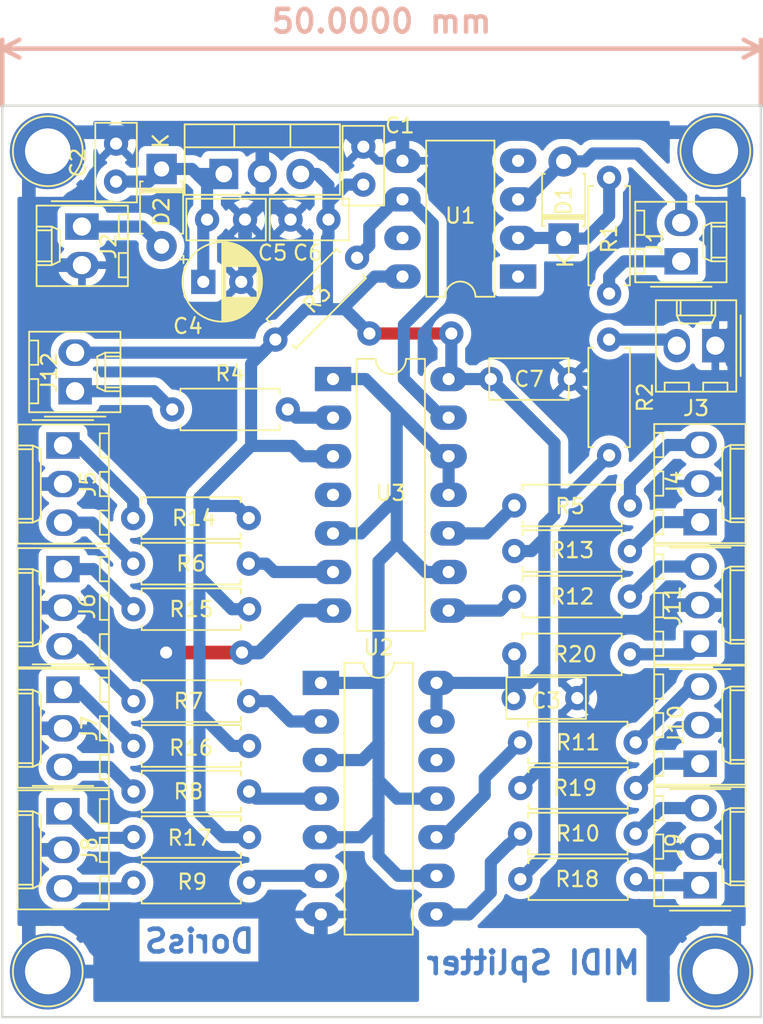
<source format=kicad_pcb>
(kicad_pcb (version 20221018) (generator pcbnew)
  (layers (0 "F.Cu" signal) (31 "B.Cu" signal) (36 "B.SilkS" user "B.Silkscreen") (37 "F.SilkS" user "F.Silkscreen") (44 "Edge.Cuts" user))
  (net 0 "")
  (net 1 "+5V")
  (net 2 "GND")
  (net 3 "Net-(D2-K)")
  (net 4 "Net-(D1-K)")
  (net 5 "Net-(D1-A)")
  (net 6 "Net-(D2-A)")
  (net 7 "Net-(J1-Pin_1)")
  (net 8 "Net-(J3-Pin_2)")
  (net 9 "Net-(J4-Pin_1)")
  (net 10 "Net-(J4-Pin_3)")
  (net 11 "Net-(J5-Pin_1)")
  (net 12 "Net-(J5-Pin_3)")
  (net 13 "Net-(J6-Pin_1)")
  (net 14 "Net-(J6-Pin_3)")
  (net 15 "Net-(J7-Pin_1)")
  (net 16 "Net-(J7-Pin_3)")
  (net 17 "Net-(J8-Pin_1)")
  (net 18 "Net-(J8-Pin_3)")
  (net 19 "Net-(J9-Pin_1)")
  (net 20 "Net-(J9-Pin_3)")
  (net 21 "Net-(J10-Pin_1)")
  (net 22 "Net-(J10-Pin_3)")
  (net 23 "Net-(J11-Pin_1)")
  (net 24 "Net-(J11-Pin_3)")
  (net 25 "Net-(J12-Pin_1)")
  (net 26 "Net-(R3-Pad2)")
  (net 27 "Net-(R4-Pad2)")
  (net 28 "Net-(R5-Pad2)")
  (net 29 "Net-(R6-Pad2)")
  (net 30 "Net-(R7-Pad2)")
  (net 31 "Net-(R8-Pad2)")
  (net 32 "Net-(R9-Pad2)")
  (net 33 "Net-(R10-Pad2)")
  (net 34 "Net-(R11-Pad2)")
  (net 35 "Net-(R12-Pad2)")
  (net 36 "Net-(U2-Pad1)")
  (footprint "TestPoint:TestPoint_Loop_D3.80mm_Drill2.5mm" (layer "F.Cu") (at 53 107)
    (fp_text reference "")
    (fp_text value "TestPoint_Loop_D3.80mm_Drill2.5mm")
  )
  (footprint "TestPoint:TestPoint_Loop_D3.80mm_Drill2.5mm" (layer "F.Cu") (at 53 53)
    (fp_text reference "")
    (fp_text value "TestPoint_Loop_D3.80mm_Drill2.5mm")
  )
  (footprint "TestPoint:TestPoint_Loop_D3.80mm_Drill2.5mm" (layer "F.Cu") (at 97 53)
    (fp_text reference "")
    (fp_text value "TestPoint_Loop_D3.80mm_Drill2.5mm")
  )
  (footprint "TestPoint:TestPoint_Loop_D3.80mm_Drill2.5mm" (layer "F.Cu") (at 97 107)
    (fp_text reference "")
    (fp_text value "TestPoint_Loop_D3.80mm_Drill2.5mm")
  )
  (footprint "Capacitor_THT:C_Disc_D5.0mm_W2.5mm_P2.50mm" (layer "F.Cu") (at 73.8 55.2 90)
    (fp_text reference "C1")
    (fp_text value "100n")
  )
  (footprint "Capacitor_THT:C_Disc_D5.0mm_W2.5mm_P2.50mm" (layer "F.Cu") (at 57.5 55 90)
    (fp_text reference "C2")
    (fp_text value "100n")
  )
  (footprint "Capacitor_THT:C_Disc_D5.0mm_W2.5mm_P2.50mm" (layer "F.Cu") (at 84.6 89)
    (fp_text reference "C3")
    (fp_text value "100n")
  )
  (footprint "Capacitor_THT:CP_Radial_D5.0mm_P2.50mm" (layer "F.Cu") (at 63.25 61.6)
    (fp_text reference "C4")
    (fp_text value "100u")
  )
  (footprint "Capacitor_THT:C_Disc_D5.0mm_W2.5mm_P2.50mm" (layer "F.Cu") (at 63.5 57.5)
    (fp_text reference "C5")
    (fp_text value "100n")
  )
  (footprint "Capacitor_THT:C_Disc_D5.0mm_W2.5mm_P2.50mm" (layer "F.Cu") (at 71.5 57.5 180)
    (fp_text reference "C6")
    (fp_text value "100n")
  )
  (footprint "Capacitor_THT:C_Disc_D5.0mm_W2.5mm_P2.50mm" (layer "F.Cu") (at 83.47 68)
    (fp_text reference "C7")
    (fp_text value "100n")
  )
  (footprint "Connector_Molex:Molex_KK-254_AE-6410-02A_1x02_P2.54mm_Vertical" (layer "F.Cu") (at 94.75 60.25 90)
    (fp_text reference "J1")
    (fp_text value "MIDI In")
  )
  (footprint "Connector_Molex:Molex_KK-254_AE-6410-02A_1x02_P2.54mm_Vertical" (layer "F.Cu") (at 55.25 57.96 -90)
    (fp_text reference "J2")
    (fp_text value "DC 9V")
  )
  (footprint "Connector_Molex:Molex_KK-254_AE-6410-02A_1x02_P2.54mm_Vertical" (layer "F.Cu") (at 97 65.8 180)
    (fp_text reference "J3")
    (fp_text value "PWR")
  )
  (footprint "Connector_Molex:Molex_KK-254_AE-6410-03A_1x03_P2.54mm_Vertical" (layer "F.Cu") (at 96 77.42 90)
    (fp_text reference "J4")
    (fp_text value "MIDI Out")
  )
  (footprint "Connector_Molex:Molex_KK-254_AE-6410-03A_1x03_P2.54mm_Vertical" (layer "F.Cu") (at 54 72.37 -90)
    (fp_text reference "J5")
    (fp_text value "MIDI Out")
  )
  (footprint "Connector_Molex:Molex_KK-254_AE-6410-03A_1x03_P2.54mm_Vertical" (layer "F.Cu") (at 54 80.51 -90)
    (fp_text reference "J6")
    (fp_text value "MIDI Out")
  )
  (footprint "Connector_Molex:Molex_KK-254_AE-6410-03A_1x03_P2.54mm_Vertical" (layer "F.Cu") (at 54 88.45 -90)
    (fp_text reference "J7")
    (fp_text value "MIDI Out")
  )
  (footprint "Connector_Molex:Molex_KK-254_AE-6410-03A_1x03_P2.54mm_Vertical" (layer "F.Cu") (at 54 96.45 -90)
    (fp_text reference "J8")
    (fp_text value "MIDI Out")
  )
  (footprint "Connector_Molex:Molex_KK-254_AE-6410-03A_1x03_P2.54mm_Vertical" (layer "F.Cu") (at 96 101.32 90)
    (fp_text reference "J9")
    (fp_text value "MIDI Out")
  )
  (footprint "Connector_Molex:Molex_KK-254_AE-6410-03A_1x03_P2.54mm_Vertical" (layer "F.Cu") (at 96 93.32 90)
    (fp_text reference "J10")
    (fp_text value "MIDI Out")
  )
  (footprint "Connector_Molex:Molex_KK-254_AE-6410-03A_1x03_P2.54mm_Vertical" (layer "F.Cu") (at 96 85.42 90)
    (fp_text reference "J11")
    (fp_text value "MIDI Out")
  )
  (footprint "Connector_Molex:Molex_KK-254_AE-6410-02A_1x02_P2.54mm_Vertical" (layer "F.Cu") (at 54.8 68.8 90)
    (fp_text reference "J12")
    (fp_text value "LED")
  )
  (footprint "Resistor_THT:R_Axial_DIN0207_L6.3mm_D2.5mm_P7.62mm_Horizontal" (layer "F.Cu") (at 90 54.75 -90)
    (fp_text reference "R1")
    (fp_text value "220R")
  )
  (footprint "Resistor_THT:R_Axial_DIN0207_L6.3mm_D2.5mm_P7.62mm_Horizontal" (layer "F.Cu") (at 90 65.4 -90)
    (fp_text reference "R2")
    (fp_text value "4k7")
  )
  (footprint "Resistor_THT:R_Axial_DIN0207_L6.3mm_D2.5mm_P7.62mm_Horizontal" (layer "F.Cu") (at 68 65.4 45)
    (fp_text reference "R3")
    (fp_text value "4.7k")
  )
  (footprint "Resistor_THT:R_Axial_DIN0207_L6.3mm_D2.5mm_P7.62mm_Horizontal" (layer "F.Cu") (at 61.2 70)
    (fp_text reference "R4")
    (fp_text value "1k")
  )
  (footprint "Resistor_THT:R_Axial_DIN0207_L6.3mm_D2.5mm_P7.62mm_Horizontal" (layer "F.Cu") (at 91.37 76.32 180)
    (fp_text reference "R5")
    (fp_text value "220")
  )
  (footprint "Resistor_THT:R_Axial_DIN0207_L6.3mm_D2.5mm_P7.62mm_Horizontal" (layer "F.Cu") (at 58.63 80.15)
    (fp_text reference "R6")
    (fp_text value "220")
  )
  (footprint "Resistor_THT:R_Axial_DIN0207_L6.3mm_D2.5mm_P7.62mm_Horizontal" (layer "F.Cu") (at 58.65 89.2)
    (fp_text reference "R7")
    (fp_text value "220")
  )
  (footprint "Resistor_THT:R_Axial_DIN0207_L6.3mm_D2.5mm_P7.62mm_Horizontal" (layer "F.Cu") (at 58.65 95.15)
    (fp_text reference "R8")
    (fp_text value "220")
  )
  (footprint "Resistor_THT:R_Axial_DIN0207_L6.3mm_D2.5mm_P7.62mm_Horizontal" (layer "F.Cu") (at 58.65 101.15)
    (fp_text reference "R9")
    (fp_text value "220")
  )
  (footprint "Resistor_THT:R_Axial_DIN0207_L6.3mm_D2.5mm_P7.62mm_Horizontal" (layer "F.Cu") (at 91.75 97.92 180)
    (fp_text reference "R10")
    (fp_text value "220")
  )
  (footprint "Resistor_THT:R_Axial_DIN0207_L6.3mm_D2.5mm_P7.62mm_Horizontal" (layer "F.Cu") (at 91.75 91.92 180)
    (fp_text reference "R11")
    (fp_text value "220")
  )
  (footprint "Resistor_THT:R_Axial_DIN0207_L6.3mm_D2.5mm_P7.62mm_Horizontal" (layer "F.Cu") (at 91.37 82.32 180)
    (fp_text reference "R12")
    (fp_text value "220")
  )
  (footprint "Resistor_THT:R_Axial_DIN0207_L6.3mm_D2.5mm_P7.62mm_Horizontal" (layer "F.Cu") (at 83.75 79.32)
    (fp_text reference "R13")
    (fp_text value "220")
  )
  (footprint "Resistor_THT:R_Axial_DIN0207_L6.3mm_D2.5mm_P7.62mm_Horizontal" (layer "F.Cu") (at 66.25 77.15 180)
    (fp_text reference "R14")
    (fp_text value "220")
  )
  (footprint "Resistor_THT:R_Axial_DIN0207_L6.3mm_D2.5mm_P7.62mm_Horizontal" (layer "F.Cu") (at 66.27 83.15 180)
    (fp_text reference "R15")
    (fp_text value "220")
  )
  (footprint "Resistor_THT:R_Axial_DIN0207_L6.3mm_D2.5mm_P7.62mm_Horizontal" (layer "F.Cu") (at 66.27 92.15 180)
    (fp_text reference "R16")
    (fp_text value "220")
  )
  (footprint "Resistor_THT:R_Axial_DIN0207_L6.3mm_D2.5mm_P7.62mm_Horizontal" (layer "F.Cu") (at 66.27 98.15 180)
    (fp_text reference "R17")
    (fp_text value "220")
  )
  (footprint "Resistor_THT:R_Axial_DIN0207_L6.3mm_D2.5mm_P7.62mm_Horizontal" (layer "F.Cu") (at 84.15 100.92)
    (fp_text reference "R18")
    (fp_text value "220")
  )
  (footprint "Resistor_THT:R_Axial_DIN0207_L6.3mm_D2.5mm_P7.62mm_Horizontal" (layer "F.Cu") (at 84.15 94.92)
    (fp_text reference "R19")
    (fp_text value "220")
  )
  (footprint "Resistor_THT:R_Axial_DIN0207_L6.3mm_D2.5mm_P7.62mm_Horizontal" (layer "F.Cu") (at 83.75 86.12)
    (fp_text reference "R20")
    (fp_text value "220")
  )
  (footprint "Package_DIP:DIP-8_W7.62mm_LongPads" (layer "F.Cu") (at 84 61.25 180)
    (fp_text reference "U1")
    (fp_text value "6n136")
  )
  (footprint "Package_DIP:DIP-14_W7.62mm_LongPads" (layer "F.Cu") (at 71 88)
    (fp_text reference "U2")
    (fp_text value "74HC14")
  )
  (footprint "Diode_THT:D_T-1_P5.08mm_Horizontal" (layer "F.Cu") (at 87 58.75 90)
    (fp_text reference "D1")
    (fp_text value "D")
  )
  (footprint "Diode_THT:D_T-1_P5.08mm_Horizontal" (layer "F.Cu") (at 60.5 54.17 -90)
    (fp_text reference "D2")
    (fp_text value "D")
  )
  (footprint "Package_TO_SOT_THT:TO-220-3_Vertical" (layer "F.Cu") (at 64.6 54.5)
    (fp_text reference "U4" hide)
    (fp_text value "L7805")
  )
  (footprint "Package_DIP:DIP-14_W7.62mm_LongPads" (layer "F.Cu") (at 71.8 68)
    (fp_text reference "U3")
    (fp_text value "74HC14")
  )
  (gr_line (start 100 50) (end 100 110) (stroke (width 0.15)) (layer "Edge.Cuts"))
  (gr_line (start 100 110) (end 50 110) (stroke (width 0.15)) (layer "Edge.Cuts"))
  (gr_line (start 50 110) (end 50 50) (stroke (width 0.15)) (layer "Edge.Cuts"))
  (gr_line (start 50 50) (end 100 50) (stroke (width 0.15)) (layer "Edge.Cuts"))
  (gr_text "MIDI Splitter" (at 85 106.426) (layer "B.Cu") (effects (font (size 1.5 1.5) (thickness 0.3)) (justify mirror)))
  (gr_text "DorisS" (at 63 105) (layer "B.Cu") (effects (font (size 1.5 1.5) (thickness 0.3)) (justify mirror)))
  (dimension (type aligned) (layer "B.SilkS") (pts (xy 100 50) (xy 50 50)) (height 3.75) (gr_text "50.0000 mm" (at 75 44.45) (layer "B.SilkS") (effects (font (size 1.5 1.5) (thickness 0.3)))) (format (prefix "") (suffix "") (units 2) (units_format 1) (precision 4)) (style (thickness 0.3) (arrow_length 1.27) (text_position_mode 0) (extension_height 0.58642) (extension_offset 0) keep_text_aligned))
  (segment (start 74.2 65) (end 79.6 65) (width 0.8) (layer "F.Cu") (net 1))
  (via (at 79.6 65) (size 1.6) (drill 0.8) (layers "F.Cu" "B.Cu") (net 1))
  (via (at 74.2 65) (size 1.6) (drill 0.8) (layers "F.Cu" "B.Cu") (net 1))
  (segment (start 90 73.02) (end 87.42 75.6) (width 0.8) (layer "B.Cu") (net 1))
  (segment (start 63 80.6) (end 63 90) (width 0.8) (layer "B.Cu") (net 1))
  (segment (start 85.730001 87) (end 85.730001 93) (width 0.8) (layer "B.Cu") (net 1))
  (segment (start 65.450001 76.350001) (end 63.550001 76.350001) (width 0.8) (layer "B.Cu") (net 1))
  (segment (start 86.4 76.930001) (end 85.730001 77.6) (width 0.8) (layer "B.Cu") (net 1))
  (segment (start 71.8 73.08) (end 69.8 73.08) (width 0.8) (layer "B.Cu") (net 1))
  (segment (start 68 65.4) (end 67.2 66.2) (width 0.8) (layer "B.Cu") (net 1))
  (segment (start 72.599999 63.399999) (end 74.2 65) (width 0.8) (layer "B.Cu") (net 1))
  (segment (start 79.6 65) (end 79.6 67.82) (width 0.8) (layer "B.Cu") (net 1))
  (segment (start 65.15 92.15) (end 63 90) (width 0.8) (layer "B.Cu") (net 1))
  (segment (start 83.75 88.961) (end 83.711 89) (width 0.8) (layer "B.Cu") (net 1))
  (segment (start 85.730001 77.6) (end 85.730001 87) (width 0.8) (layer "B.Cu") (net 1))
  (segment (start 69.12 72.4) (end 66.4 72.4) (width 0.8) (layer "B.Cu") (net 1))
  (segment (start 71.5 57.5) (end 71.5 58.63137) (width 0.8) (layer "B.Cu") (net 1))
  (segment (start 66.25 77.15) (end 65.450001 76.350001) (width 0.8) (layer "B.Cu") (net 1))
  (segment (start 67.14 66.26) (end 67.2 66.2) (width 0.8) (layer "B.Cu") (net 1))
  (segment (start 87.42 75.6) (end 86.4 75.6) (width 0.8) (layer "B.Cu") (net 1))
  (segment (start 71.5 55.25) (end 71.5 56.5) (width 0.8) (layer "B.Cu") (net 1))
  (segment (start 70.000001 63.399999) (end 71.4 63.399999) (width 0.8) (layer "B.Cu") (net 1))
  (segment (start 66.4 72.4) (end 63 75.8) (width 0.8) (layer "B.Cu") (net 1))
  (segment (start 71.5 58.63137) (end 71.4 58.73137) (width 0.8) (layer "B.Cu") (net 1))
  (segment (start 84.88137 79.32) (end 85.730001 78.471369) (width 0.8) (layer "B.Cu") (net 1))
  (segment (start 84.730001 88) (end 85.730001 87) (width 0.8) (layer "B.Cu") (net 1))
  (segment (start 68 65.4) (end 70.000001 63.399999) (width 0.8) (layer "B.Cu") (net 1))
  (segment (start 54.8 66.26) (end 67.14 66.26) (width 0.8) (layer "B.Cu") (net 1))
  (segment (start 69.8 73.08) (end 69.12 72.4) (width 0.8) (layer "B.Cu") (net 1))
  (segment (start 71.5 56.5) (end 71.5 57.5) (width 0.8) (layer "B.Cu") (net 1))
  (segment (start 85.730001 99.339999) (end 84.949999 100.120001) (width 0.8) (layer "B.Cu") (net 1))
  (segment (start 69.68 54.5) (end 70.75 54.5) (width 0.8) (layer "B.Cu") (net 1))
  (segment (start 66.4 67) (end 66.4 72.4) (width 0.8) (layer "B.Cu") (net 1))
  (segment (start 79.6 67.82) (end 79.42 68) (width 0.8) (layer "B.Cu") (net 1))
  (segment (start 78.62 90.54) (end 78.62 88) (width 0.8) (layer "B.Cu") (net 1))
  (segment (start 82.2 68) (end 79.42 68) (width 0.8) (layer "B.Cu") (net 1))
  (segment (start 72.66863 55.2) (end 71.5 56.36863) (width 0.8) (layer "B.Cu") (net 1))
  (segment (start 83.75 88) (end 83.75 88.961) (width 0.8) (layer "B.Cu") (net 1))
  (segment (start 78.62 88) (end 80.62 88) (width 0.8) (layer "B.Cu") (net 1))
  (segment (start 86.4 72.2) (end 86.4 75.6) (width 0.8) (layer "B.Cu") (net 1))
  (segment (start 64.55 98.15) (end 63 96.6) (width 0.8) (layer "B.Cu") (net 1))
  (segment (start 86.4 75.6) (end 86.4 76.930001) (width 0.8) (layer "B.Cu") (net 1))
  (segment (start 85.730001 93) (end 85.730001 99.339999) (width 0.8) (layer "B.Cu") (net 1))
  (segment (start 72.400001 63.399999) (end 74.55 61.25) (width 0.8) (layer "B.Cu") (net 1))
  (segment (start 82.2 68) (end 86.4 72.2) (width 0.8) (layer "B.Cu") (net 1))
  (segment (start 85.730001 78.471369) (end 85.730001 77.6) (width 0.8) (layer "B.Cu") (net 1))
  (segment (start 83.75 88) (end 84.730001 88) (width 0.8) (layer "B.Cu") (net 1))
  (segment (start 74.55 61.25) (end 76.38 61.25) (width 0.8) (layer "B.Cu") (net 1))
  (segment (start 71.4 63.399999) (end 72.400001 63.399999) (width 0.8) (layer "B.Cu") (net 1))
  (segment (start 70.75 54.5) (end 71.5 55.25) (width 0.8) (layer "B.Cu") (net 1))
  (segment (start 63 75.8) (end 63 80.6) (width 0.8) (layer "B.Cu") (net 1))
  (segment (start 83.75 86.12) (end 83.75 88) (width 0.8) (layer "B.Cu") (net 1))
  (segment (start 66.27 92.15) (end 65.15 92.15) (width 0.8) (layer "B.Cu") (net 1))
  (segment (start 71.5 56.36863) (end 71.5 56.5) (width 0.8) (layer "B.Cu") (net 1))
  (segment (start 73.8 55.2) (end 72.66863 55.2) (width 0.8) (layer "B.Cu") (net 1))
  (segment (start 83.75 79.32) (end 84.88137 79.32) (width 0.8) (layer "B.Cu") (net 1))
  (segment (start 84.15 94.92) (end 85.730001 93.339999) (width 0.8) (layer "B.Cu") (net 1))
  (segment (start 66.27 83.15) (end 65.13863 83.15) (width 0.8) (layer "B.Cu") (net 1))
  (segment (start 65.13863 83.15) (end 63 81.01137) (width 0.8) (layer "B.Cu") (net 1))
  (segment (start 85.730001 93.339999) (end 85.730001 93) (width 0.8) (layer "B.Cu") (net 1))
  (segment (start 80.62 88) (end 83.75 88) (width 0.8) (layer "B.Cu") (net 1))
  (segment (start 71.4 58.73137) (end 71.4 63.399999) (width 0.8) (layer "B.Cu") (net 1))
  (segment (start 63.550001 76.350001) (end 63 75.8) (width 0.8) (layer "B.Cu") (net 1))
  (segment (start 84.949999 100.120001) (end 84.15 100.92) (width 0.8) (layer "B.Cu") (net 1))
  (segment (start 66.27 98.15) (end 64.55 98.15) (width 0.8) (layer "B.Cu") (net 1))
  (segment (start 63 90) (end 63 96.6) (width 0.8) (layer "B.Cu") (net 1))
  (segment (start 63 81.01137) (end 63 80.6) (width 0.8) (layer "B.Cu") (net 1))
  (segment (start 67.2 66.2) (end 66.4 67) (width 0.8) (layer "B.Cu") (net 1))
  (segment (start 72.400001 63.399999) (end 72.599999 63.399999) (width 0.8) (layer "B.Cu") (net 1))
  (segment (start 65.8 86) (end 60.8 86) (width 0.9) (layer "F.Cu") (net 2))
  (via (at 65.8 86) (size 1.6) (drill 0.8) (layers "F.Cu" "B.Cu") (net 2))
  (via (at 60.8 86) (size 1.6) (drill 0.8) (layers "F.Cu" "B.Cu") (net 2))
  (segment (start 91.077997 83.970001) (end 92.909999 83.970001) (width 0.9) (layer "B.Cu") (net 2))
  (segment (start 97 107) (end 98.25 105.75) (width 0.9) (layer "B.Cu") (net 2))
  (segment (start 70.4 108.2) (end 71 107.6) (width 0.9) (layer "B.Cu") (net 2))
  (segment (start 69.7 83.24) (end 66.94 86) (width 0.9) (layer "B.Cu") (net 2))
  (segment (start 96 82.88) (end 97.5 82.88) (width 0.9) (layer "B.Cu") (net 2))
  (segment (start 98.22 82.78) (end 98.25 82.75) (width 0.9) (layer "B.Cu") (net 2))
  (segment (start 72.8 51.75) (end 76 51.75) (width 0.9) (layer "B.Cu") (net 2))
  (segment (start 88.701999 86.345999) (end 91.077997 83.970001) (width 0.9) (layer "B.Cu") (net 2))
  (segment (start 57.5 52.5) (end 58.299999 51.700001) (width 0.9) (layer "B.Cu") (net 2))
  (segment (start 98.25 82.75) (end 98.25 75) (width 0.9) (layer "B.Cu") (net 2))
  (segment (start 76.4 51.91) (end 76.4 51.75) (width 0.9) (layer "B.Cu") (net 2))
  (segment (start 95.75 51.75) (end 97 53) (width 0.9) (layer "B.Cu") (net 2))
  (segment (start 92.909999 83.970001) (end 94 82.88) (width 0.9) (layer "B.Cu") (net 2))
  (segment (start 71.8 83.24) (end 69.7 83.24) (width 0.9) (layer "B.Cu") (net 2))
  (segment (start 67.14 52.71) (end 67.25 52.6) (width 0.9) (layer "B.Cu") (net 2))
  (segment (start 58.75 51.75) (end 57.75 51.75) (width 0.9) (layer "B.Cu") (net 2))
  (segment (start 68.200001 56.700001) (end 67.700001 56.700001) (width 0.9) (layer "B.Cu") (net 2))
  (segment (start 58.6 86) (end 55.65 83.05) (width 0.9) (layer "B.Cu") (net 2))
  (segment (start 54 74.91) (end 51.81 74.91) (width 0.9) (layer "B.Cu") (net 2))
  (segment (start 60.8 86) (end 58.6 86) (width 0.9) (layer "B.Cu") (net 2))
  (segment (start 97.5 82.88) (end 98.19 82.88) (width 0.9) (layer "B.Cu") (net 2))
  (segment (start 67.14 54.5) (end 67.14 52.71) (width 0.9) (layer "B.Cu") (net 2))
  (segment (start 57.71 51.79) (end 57.75 51.75) (width 0.9) (layer "B.Cu") (net 2))
  (segment (start 76.38 53.63) (end 76.38 51.93) (width 0.9) (layer "B.Cu") (net 2))
  (segment (start 76 51.75) (end 76.4 51.75) (width 0.9) (layer "B.Cu") (net 2))
  (segment (start 71 107.6) (end 71 103.24) (width 0.9) (layer "B.Cu") (net 2))
  (segment (start 69.44 51.75) (end 67.25 51.75) (width 0.9) (layer "B.Cu") (net 2))
  (segment (start 98.25 68) (end 98.25 66.75) (width 0.9) (layer "B.Cu") (net 2))
  (segment (start 98.25 105.75) (end 98.25 90.75) (width 0.9) (layer "B.Cu") (net 2))
  (segment (start 67.14 54.5) (end 67.14 56.14) (width 0.9) (layer "B.Cu") (net 2))
  (segment (start 54.25 51.75) (end 53 53) (width 0.9) (layer "B.Cu") (net 2))
  (segment (start 97.5 74.88) (end 98.37 74.88) (width 0.9) (layer "B.Cu") (net 2))
  (segment (start 58.299999 51.700001) (end 58.700001 51.700001) (width 0.9) (layer "B.Cu") (net 2))
  (segment (start 53 53) (end 51.75 54.25) (width 0.9) (layer "B.Cu") (net 2))
  (segment (start 69 57.5) (end 68.200001 56.700001) (width 0.9) (layer "B.Cu") (net 2))
  (segment (start 57.75 51.75) (end 54.25 51.75) (width 0.9) (layer "B.Cu") (net 2))
  (segment (start 55.65 83.05) (end 54 83.05) (width 0.9) (layer "B.Cu") (net 2))
  (segment (start 66 61.35) (end 65.75 61.6) (width 0.9) (layer "B.Cu") (net 2))
  (segment (start 96 90.78) (end 98.47 90.78) (width 0.9) (layer "B.Cu") (net 2))
  (segment (start 97.5 74.88) (end 98 74.88) (width 0.9) (layer "B.Cu") (net 2))
  (segment (start 98.25 54.25) (end 97 53) (width 0.9) (layer "B.Cu") (net 2))
  (segment (start 53 107) (end 56.535533 107) (width 0.9) (layer "B.Cu") (net 2))
  (segment (start 98.12 66.88) (end 98.25 66.75) (width 0.9) (layer "B.Cu") (net 2))
  (segment (start 67.25 51.75) (end 58.75 51.75) (width 0.9) (layer "B.Cu") (net 2))
  (segment (start 87.902 89) (end 88.701999 88.200001) (width 0.9) (layer "B.Cu") (net 2))
  (segment (start 96 74.88) (end 97.5 74.88) (width 0.9) (layer "B.Cu") (net 2))
  (segment (start 67.700001 56.700001) (end 67.25 56.25) (width 0.9) (layer "B.Cu") (net 2))
  (segment (start 51.75 58.25) (end 51.75 60.25) (width 0.9) (layer "B.Cu") (net 2))
  (segment (start 51.75 54.25) (end 51.75 58.25) (width 0.9) (layer "B.Cu") (net 2))
  (segment (start 98.22 90.78) (end 98.25 90.75) (width 0.9) (layer "B.Cu") (net 2))
  (segment (start 54 60.5) (end 55.25 60.5) (width 0.9) (layer "B.Cu") (net 2))
  (segment (start 58.700001 51.700001) (end 58.75 51.75) (width 0.9) (layer "B.Cu") (net 2))
  (segment (start 98.25 64.8) (end 98.25 54.25) (width 0.9) (layer "B.Cu") (net 2))
  (segment (start 57.735533 108.2) (end 70.4 108.2) (width 0.9) (layer "B.Cu") (net 2))
  (segment (start 94 82.88) (end 96 82.88) (width 0.9) (layer "B.Cu") (net 2))
  (segment (start 97.5 82.88) (end 98.38 82.88) (width 0.9) (layer "B.Cu") (net 2))
  (segment (start 67.14 56.14) (end 67.25 56.25) (width 0.9) (layer "B.Cu") (net 2))
  (segment (start 54 60.5) (end 52 60.5) (width 0.9) (layer "B.Cu") (net 2))
  (segment (start 52 60.5) (end 51.75 60.25) (width 0.9) (layer "B.Cu") (net 2))
  (segment (start 88.701999 88.200001) (end 88.701999 86.345999) (width 0.9) (layer "B.Cu") (net 2))
  (segment (start 51.75 60.25) (end 51.75 105.75) (width 0.9) (layer "B.Cu") (net 2))
  (segment (start 98.13 74.88) (end 98.25 75) (width 0.9) (layer "B.Cu") (net 2))
  (segment (start 69.44 51.75) (end 72.8 51.75) (width 0.9) (layer "B.Cu") (net 2))
  (segment (start 66 57.5) (end 66 61.35) (width 0.9) (layer "B.Cu") (net 2))
  (segment (start 97 65.8) (end 97.25 65.8) (width 0.9) (layer "B.Cu") (net 2))
  (segment (start 76.4 51.75) (end 95.75 51.75) (width 0.9) (layer "B.Cu") (net 2))
  (segment (start 96.6 68) (end 98.25 68) (width 0.9) (layer "B.Cu") (net 2))
  (segment (start 72.85 51.75) (end 72.8 51.75) (width 0.9) (layer "B.Cu") (net 2))
  (segment (start 98.25 90.75) (end 98.25 82.75) (width 0.9) (layer "B.Cu") (net 2))
  (segment (start 98.25 75) (end 98.25 68) (width 0.9) (layer "B.Cu") (net 2))
  (segment (start 54 90.99) (end 51.94 90.99) (width 0.9) (layer "B.Cu") (net 2))
  (segment (start 67.25 52.6) (end 67.25 51.75) (width 0.9) (layer "B.Cu") (net 2))
  (segment (start 76.38 51.93) (end 76.4 51.91) (width 0.9) (layer "B.Cu") (net 2))
  (segment (start 87.407 68) (end 96.6 68) (width 0.9) (layer "B.Cu") (net 2))
  (segment (start 54 83.05) (end 51.95 83.05) (width 0.9) (layer "B.Cu") (net 2))
  (segment (start 73.8 52.7) (end 72.85 51.75) (width 0.9) (layer "B.Cu") (net 2))
  (segment (start 66 57.5) (end 67.25 56.25) (width 0.9) (layer "B.Cu") (net 2))
  (segment (start 56.535533 107) (end 57.735533 108.2) (width 0.9) (layer "B.Cu") (net 2))
  (segment (start 54 98.99) (end 51.86 98.99) (width 0.9) (layer "B.Cu") (net 2))
  (segment (start 98.25 66.75) (end 98.25 64.8) (width 0.9) (layer "B.Cu") (net 2))
  (segment (start 66.94 86) (end 65.8 86) (width 0.9) (layer "B.Cu") (net 2))
  (segment (start 51.75 105.75) (end 53 107) (width 0.9) (layer "B.Cu") (net 2))
  (segment (start 96 98.78) (end 98.47 98.78) (width 0.9) (layer "B.Cu") (net 2))
  (segment (start 97.25 65.8) (end 98.25 64.8) (width 0.9) (layer "B.Cu") (net 2))
  (segment (start 59.67 55) (end 60.5 54.17) (width 0.8) (layer "B.Cu") (net 3))
  (segment (start 64.6 54.5) (end 63.03 54.5) (width 0.8) (layer "B.Cu") (net 3))
  (segment (start 62.93 54.6) (end 62.5 54.17) (width 0.8) (layer "B.Cu") (net 3))
  (segment (start 63.25 57.75) (end 63.5 57.5) (width 0.8) (layer "B.Cu") (net 3))
  (segment (start 57.5 55) (end 59.67 55) (width 0.8) (layer "B.Cu") (net 3))
  (segment (start 63.5 55.17) (end 62.93 54.6) (width 0.8) (layer "B.Cu") (net 3))
  (segment (start 63.03 54.5) (end 62.93 54.6) (width 0.8) (layer "B.Cu") (net 3))
  (segment (start 60.5 54.17) (end 62.5 54.17) (width 0.8) (layer "B.Cu") (net 3))
  (segment (start 63.5 57.5) (end 63.5 55.17) (width 0.8) (layer "B.Cu") (net 3))
  (segment (start 63.25 61.6) (end 63.25 57.75) (width 0.8) (layer "B.Cu") (net 3))
  (segment (start 90 54.75) (end 90 57.25) (width 0.8) (layer "B.Cu") (net 4))
  (segment (start 84 58.71) (end 86.96 58.71) (width 0.8) (layer "B.Cu") (net 4))
  (segment (start 86.96 58.71) (end 87 58.75) (width 0.8) (layer "B.Cu") (net 4))
  (segment (start 90 57.25) (end 88.5 58.75) (width 0.8) (layer "B.Cu") (net 4))
  (segment (start 88.5 58.75) (end 87 58.75) (width 0.8) (layer "B.Cu") (net 4))
  (segment (start 94.75 57.71) (end 94.75 56.04) (width 0.8) (layer "B.Cu") (net 5))
  (segment (start 94.75 56.04) (end 91.859999 53.149999) (width 0.8) (layer "B.Cu") (net 5))
  (segment (start 91.859999 53.149999) (end 88.934214 53.149999) (width 0.8) (layer "B.Cu") (net 5))
  (segment (start 87 53.67) (end 84.5 56.17) (width 0.8) (layer "B.Cu") (net 5))
  (segment (start 84.5 56.17) (end 84 56.17) (width 0.8) (layer "B.Cu") (net 5))
  (segment (start 88.414213 53.67) (end 87 53.67) (width 0.8) (layer "B.Cu") (net 5))
  (segment (start 88.934214 53.149999) (end 88.414213 53.67) (width 0.8) (layer "B.Cu") (net 5))
  (segment (start 55.25 57.96) (end 59.21 57.96) (width 0.8) (layer "B.Cu") (net 6))
  (segment (start 59.21 57.96) (end 60.5 59.25) (width 0.8) (layer "B.Cu") (net 6))
  (segment (start 90.98863 60.25) (end 94.75 60.25) (width 0.8) (layer "B.Cu") (net 7))
  (segment (start 90 61.23863) (end 90.98863 60.25) (width 0.8) (layer "B.Cu") (net 7))
  (segment (start 90 62.37) (end 90 61.23863) (width 0.8) (layer "B.Cu") (net 7))
  (segment (start 90 65.4) (end 94.06 65.4) (width 0.8) (layer "B.Cu") (net 8))
  (segment (start 94.06 65.4) (end 94.46 65.8) (width 0.8) (layer "B.Cu") (net 8))
  (segment (start 93.27 77.42) (end 96 77.42) (width 0.8) (layer "B.Cu") (net 9))
  (segment (start 91.37 79.32) (end 93.27 77.42) (width 0.8) (layer "B.Cu") (net 9))
  (segment (start 95.01863 72.34) (end 96 72.34) (width 0.8) (layer "B.Cu") (net 10))
  (segment (start 93.86 72.34) (end 96 72.34) (width 0.8) (layer "B.Cu") (net 10))
  (segment (start 91.37 74.83) (end 93.86 72.34) (width 0.8) (layer "B.Cu") (net 10))
  (segment (start 91.37 76.32) (end 91.37 74.83) (width 0.8) (layer "B.Cu") (net 10))
  (segment (start 58.63 76.01863) (end 54.98137 72.37) (width 0.8) (layer "B.Cu") (net 11))
  (segment (start 54.98137 72.37) (end 54 72.37) (width 0.8) (layer "B.Cu") (net 11))
  (segment (start 58.63 77.15) (end 58.63 76.01863) (width 0.8) (layer "B.Cu") (net 11))
  (segment (start 58.63 80.15) (end 55.93 77.45) (width 0.8) (layer "B.Cu") (net 12))
  (segment (start 55.93 77.45) (end 54 77.45) (width 0.8) (layer "B.Cu") (net 12))
  (segment (start 54 80.51) (end 56.01 80.51) (width 0.8) (layer "B.Cu") (net 13))
  (segment (start 56.01 80.51) (end 58.65 83.15) (width 0.8) (layer "B.Cu") (net 13))
  (segment (start 58.65 89.2) (end 55.04 85.59) (width 0.8) (layer "B.Cu") (net 14))
  (segment (start 55.04 85.59) (end 54 85.59) (width 0.8) (layer "B.Cu") (net 14))
  (segment (start 54.95 88.45) (end 54 88.45) (width 0.8) (layer "B.Cu") (net 15))
  (segment (start 58.65 92.15) (end 54.95 88.45) (width 0.8) (layer "B.Cu") (net 15))
  (segment (start 58.65 95.15) (end 57.03 93.53) (width 0.8) (layer "B.Cu") (net 16))
  (segment (start 57.03 93.53) (end 54 93.53) (width 0.8) (layer "B.Cu") (net 16))
  (segment (start 54 96.45) (end 54.23 96.45) (width 0.8) (layer "B.Cu") (net 17))
  (segment (start 55.98 98.2) (end 58.6 98.2) (width 0.8) (layer "B.Cu") (net 17))
  (segment (start 58.6 98.2) (end 58.65 98.15) (width 0.8) (layer "B.Cu") (net 17))
  (segment (start 54.23 96.45) (end 55.98 98.2) (width 0.8) (layer "B.Cu") (net 17))
  (segment (start 54 101.53) (end 58.27 101.53) (width 0.8) (layer "B.Cu") (net 18))
  (segment (start 58.27 101.53) (end 58.65 101.15) (width 0.8) (layer "B.Cu") (net 18))
  (segment (start 96 101.32) (end 92.17 101.32) (width 0.8) (layer "B.Cu") (net 19))
  (segment (start 92.17 101.32) (end 91.77 100.92) (width 0.8) (layer "B.Cu") (net 19))
  (segment (start 93.43 96.24) (end 91.75 97.92) (width 0.8) (layer "B.Cu") (net 20))
  (segment (start 96 96.24) (end 93.43 96.24) (width 0.8) (layer "B.Cu") (net 20))
  (segment (start 93.37 93.32) (end 91.77 94.92) (width 0.8) (layer "B.Cu") (net 21))
  (segment (start 96 93.32) (end 93.37 93.32) (width 0.8) (layer "B.Cu") (net 21))
  (segment (start 96 88.24) (end 95.43 88.24) (width 0.8) (layer "B.Cu") (net 22))
  (segment (start 95.43 88.24) (end 91.75 91.92) (width 0.8) (layer "B.Cu") (net 22))
  (segment (start 91.37 86.12) (end 95.3 86.12) (width 0.8) (layer "B.Cu") (net 23))
  (segment (start 95.3 86.12) (end 96 85.42) (width 0.8) (layer "B.Cu") (net 23))
  (segment (start 93.35 80.34) (end 96 80.34) (width 0.8) (layer "B.Cu") (net 24))
  (segment (start 91.37 82.32) (end 93.35 80.34) (width 0.8) (layer "B.Cu") (net 24))
  (segment (start 60 68.8) (end 61.2 70) (width 0.8) (layer "B.Cu") (net 25))
  (segment (start 54.8 68.8) (end 60 68.8) (width 0.8) (layer "B.Cu") (net 25))
  (segment (start 74.188153 57.961847) (end 75.98 56.17) (width 0.8) (layer "B.Cu") (net 26))
  (segment (start 76.38 56.17) (end 76.78 56.17) (width 0.8) (layer "B.Cu") (net 26))
  (segment (start 75.98 56.17) (end 76.38 56.17) (width 0.8) (layer "B.Cu") (net 26))
  (segment (start 74.188153 59.211847) (end 74.188153 57.961847) (width 0.8) (layer "B.Cu") (net 26))
  (segment (start 79.02 70.54) (end 79.42 70.54) (width 0.8) (layer "B.Cu") (net 26))
  (segment (start 78.38001 62.521988) (end 76.469999 64.431999) (width 0.8) (layer "B.Cu") (net 26))
  (segment (start 76.78 56.17) (end 78.38001 57.77001) (width 0.8) (layer "B.Cu") (net 26))
  (segment (start 78.38001 57.77001) (end 78.38001 62.521988) (width 0.8) (layer "B.Cu") (net 26))
  (segment (start 73.388154 60.011846) (end 74.188153 59.211847) (width 0.8) (layer "B.Cu") (net 26))
  (segment (start 76.469999 67.989999) (end 79.02 70.54) (width 0.8) (layer "B.Cu") (net 26))
  (segment (start 76.469999 64.431999) (end 76.469999 67.989999) (width 0.8) (layer "B.Cu") (net 26))
  (segment (start 69.36 70.54) (end 68.82 70) (width 0.8) (layer "B.Cu") (net 27))
  (segment (start 71.8 70.54) (end 69.36 70.54) (width 0.8) (layer "B.Cu") (net 27))
  (segment (start 79.42 78.16) (end 81.91 78.16) (width 0.8) (layer "B.Cu") (net 28))
  (segment (start 81.91 78.16) (end 83.75 76.32) (width 0.8) (layer "B.Cu") (net 28))
  (segment (start 66.25 80.15) (end 67.38137 80.15) (width 0.8) (layer "B.Cu") (net 29))
  (segment (start 67.38137 80.15) (end 67.93137 80.7) (width 0.8) (layer "B.Cu") (net 29))
  (segment (start 67.93137 80.7) (end 69.5 80.7) (width 0.8) (layer "B.Cu") (net 29))
  (segment (start 69.5 80.7) (end 71.8 80.7) (width 0.8) (layer "B.Cu") (net 29))
  (segment (start 66.27 89.2) (end 67.66 89.2) (width 0.8) (layer "B.Cu") (net 30))
  (segment (start 71 90.54) (end 69 90.54) (width 0.8) (layer "B.Cu") (net 30))
  (segment (start 67.66 89.2) (end 69 90.54) (width 0.8) (layer "B.Cu") (net 30))
  (segment (start 66.74 95.62) (end 66.27 95.15) (width 0.8) (layer "B.Cu") (net 31))
  (segment (start 71 95.62) (end 66.74 95.62) (width 0.8) (layer "B.Cu") (net 31))
  (segment (start 66.72 100.7) (end 66.27 101.15) (width 0.8) (layer "B.Cu") (net 32))
  (segment (start 71 100.7) (end 66.72 100.7) (width 0.8) (layer "B.Cu") (net 32))
  (segment (start 84.13 97.92) (end 83.4 98.65) (width 0.8) (layer "B.Cu") (net 33))
  (segment (start 82.2 99.8) (end 82.2 101.8) (width 0.8) (layer "B.Cu") (net 33))
  (segment (start 80.76 103.24) (end 78.62 103.24) (width 0.8) (layer "B.Cu") (net 33))
  (segment (start 82.2 101.8) (end 80.76 103.24) (width 0.8) (layer "B.Cu") (net 33))
  (segment (start 83.35 98.65) (end 82.2 99.8) (width 0.8) (layer "B.Cu") (net 33))
  (segment (start 83.4 98.65) (end 83.35 98.65) (width 0.8) (layer "B.Cu") (net 33))
  (segment (start 78.62 98.16) (end 79.02 98.16) (width 0.8) (layer "B.Cu") (net 34))
  (segment (start 81.8 94.25) (end 83.330001 92.719999) (width 0.8) (layer "B.Cu") (net 34))
  (segment (start 79.02 98.16) (end 81.8 95.38) (width 0.8) (layer "B.Cu") (net 34))
  (segment (start 83.330001 92.719999) (end 84.13 91.92) (width 0.8) (layer "B.Cu") (net 34))
  (segment (start 81.8 95.38) (end 81.8 94.25) (width 0.8) (layer "B.Cu") (net 34))
  (segment (start 79.42 83.24) (end 82.83 83.24) (width 0.8) (layer "B.Cu") (net 35))
  (segment (start 82.83 83.24) (end 83.75 82.32) (width 0.8) (layer "B.Cu") (net 35))
  (segment (start 74.8 97) (end 74.8 99.4) (width 0.8) (layer "B.Cu") (net 36))
  (segment (start 74.8 88) (end 74.8 92) (width 0.8) (layer "B.Cu") (net 36))
  (segment (start 74.8 92) (end 73.72 93.08) (width 0.8) (layer "B.Cu") (net 36))
  (segment (start 76.1 100.7) (end 78.62 100.7) (width 0.8) (layer "B.Cu") (net 36))
  (segment (start 74.8 88) (end 71 88) (width 0.8) (layer "B.Cu") (net 36))
  (segment (start 79.42 73.08) (end 79.42 75.62) (width 0.8) (layer "B.Cu") (net 36))
  (segment (start 73.64 98.16) (end 71 98.16) (width 0.8) (layer "B.Cu") (net 36))
  (segment (start 76 78.8) (end 74.8 80) (width 0.8) (layer "B.Cu") (net 36))
  (segment (start 73.72 93.08) (end 71 93.08) (width 0.8) (layer "B.Cu") (net 36))
  (segment (start 73.94 68) (end 73.8 68) (width 0.8) (layer "B.Cu") (net 36))
  (segment (start 74.8 99.4) (end 76.1 100.7) (width 0.8) (layer "B.Cu") (net 36))
  (segment (start 77.9 80.7) (end 79.42 80.7) (width 0.8) (layer "B.Cu") (net 36))
  (segment (start 76 70.06) (end 76 75.8) (width 0.8) (layer "B.Cu") (net 36))
  (segment (start 73.8 68) (end 71.8 68) (width 0.8) (layer "B.Cu") (net 36))
  (segment (start 76 75.8) (end 73.64 78.16) (width 0.8) (layer "B.Cu") (net 36))
  (segment (start 74.8 94.4) (end 74.8 97) (width 0.8) (layer "B.Cu") (net 36))
  (segment (start 79.42 73.08) (end 79.02 73.08) (width 0.8) (layer "B.Cu") (net 36))
  (segment (start 79.02 73.08) (end 76 70.06) (width 0.8) (layer "B.Cu") (net 36))
  (segment (start 76 78.8) (end 77.9 80.7) (width 0.8) (layer "B.Cu") (net 36))
  (segment (start 74.8 80) (end 74.8 88) (width 0.8) (layer "B.Cu") (net 36))
  (segment (start 74.8 97) (end 73.64 98.16) (width 0.8) (layer "B.Cu") (net 36))
  (segment (start 76.02 95.62) (end 78.62 95.62) (width 0.8) (layer "B.Cu") (net 36))
  (segment (start 73.64 78.16) (end 71.8 78.16) (width 0.8) (layer "B.Cu") (net 36))
  (segment (start 74.8 94.4) (end 76.02 95.62) (width 0.8) (layer "B.Cu") (net 36))
  (segment (start 76 75.8) (end 76 78.8) (width 0.8) (layer "B.Cu") (net 36))
  (segment (start 74.8 92) (end 74.8 94.4) (width 0.8) (layer "B.Cu") (net 36))
  (segment (start 76 70.06) (end 73.94 68) (width 0.8) (layer "B.Cu") (net 36))
  (zone (net 0) (net_name "") (layer "B.Cu") (connect_pads (clearance 0)) (min_thickness 0.254)
    (keepout (tracks allowed) (vias allowed) (pads allowed) (copperpour not_allowed) (footprints allowed))
    (fill (thermal_gap 0.508) (thermal_bridge_width 0.508))
    (polygon (pts (xy 100 50) (xy 100 56) (xy 96 56) (xy 94 54) (xy 94 50)))
  )
  (zone (net 0) (net_name "") (layer "B.Cu") (connect_pads (clearance 0)) (min_thickness 0.254)
    (keepout (tracks allowed) (vias allowed) (pads allowed) (copperpour not_allowed) (footprints allowed))
    (fill (thermal_gap 0.508) (thermal_bridge_width 0.508))
    (polygon (pts (xy 50 50) (xy 56 50) (xy 56 54) (xy 54 56) (xy 50 56)))
  )
  (zone (net 0) (net_name "") (layer "B.Cu") (connect_pads (clearance 0)) (min_thickness 0.254)
    (keepout (tracks allowed) (vias allowed) (pads allowed) (copperpour not_allowed) (footprints allowed))
    (fill (thermal_gap 0.508) (thermal_bridge_width 0.508))
    (polygon (pts (xy 50 104) (xy 51 104) (xy 51 56) (xy 50 56)))
  )
  (zone (net 0) (net_name "") (layer "B.Cu") (connect_pads (clearance 0)) (min_thickness 0.254)
    (keepout (tracks allowed) (vias allowed) (pads allowed) (copperpour not_allowed) (footprints allowed))
    (fill (thermal_gap 0.508) (thermal_bridge_width 0.508))
    (polygon (pts (xy 50 110) (xy 50 104) (xy 54 104) (xy 56 106) (xy 56 110)))
  )
  (zone (net 0) (net_name "") (layer "B.Cu") (connect_pads (clearance 0)) (min_thickness 0.254)
    (keepout (tracks allowed) (vias allowed) (pads allowed) (copperpour not_allowed) (footprints allowed))
    (fill (thermal_gap 0.508) (thermal_bridge_width 0.508))
    (polygon (pts (xy 94 110) (xy 94 109) (xy 56 109) (xy 56 110)))
  )
  (zone (net 0) (net_name "") (layer "B.Cu") (connect_pads (clearance 0)) (min_thickness 0.254)
    (keepout (tracks allowed) (vias allowed) (pads allowed) (copperpour not_allowed) (footprints allowed))
    (fill (thermal_gap 0.508) (thermal_bridge_width 0.508))
    (polygon (pts (xy 56 50) (xy 93 50) (xy 94 50) (xy 94 51) (xy 56 51)))
  )
  (zone (net 0) (net_name "") (layer "B.Cu") (connect_pads (clearance 0)) (min_thickness 0.254)
    (keepout (tracks allowed) (vias allowed) (pads allowed) (copperpour not_allowed) (footprints allowed))
    (fill (thermal_gap 0.508) (thermal_bridge_width 0.508))
    (polygon (pts (xy 100 110) (xy 94 110) (xy 94 106) (xy 96 104) (xy 100 104)))
  )
  (zone (net 0) (net_name "") (layer "B.Cu") (connect_pads (clearance 0)) (min_thickness 0.25)
    (keepout (tracks allowed) (vias allowed) (pads allowed) (copperpour not_allowed) (footprints allowed))
    (fill (thermal_gap 0.5) (thermal_bridge_width 0.5))
    (polygon (pts (xy 77.47 104.14) (xy 77.47 109.982) (xy 92.456 109.982) (xy 92.456 104.648) (xy 91.948 104.14)))
  )
  (zone (net 0) (net_name "") (layer "B.Cu") (connect_pads (clearance 0)) (min_thickness 0.254)
    (keepout (tracks allowed) (vias allowed) (pads allowed) (copperpour not_allowed) (footprints allowed))
    (fill (thermal_gap 0.508) (thermal_bridge_width 0.508))
    (polygon (pts (xy 100 95) (xy 100 56) (xy 99 56)))
  )
  (zone (net 2) (net_name "GND") (layer "B.Cu") (connect_pads (clearance 0.508)) (min_thickness 0.254) (fill yes (thermal_gap 0.508) (thermal_bridge_width 0.508))
    (polygon (pts (xy 100 50) (xy 50 50) (xy 50 110) (xy 100 110)))
  )
  (zone (net 0) (net_name "") (layer "B.Cu") (connect_pads (clearance 0)) (min_thickness 0.25)
    (keepout (tracks allowed) (vias allowed) (pads allowed) (copperpour not_allowed) (footprints allowed))
    (fill (thermal_gap 0.5) (thermal_bridge_width 0.5))
    (polygon (pts (xy 75.692 72.39) (xy 75.692 98.806) (xy 71.882 98.806) (xy 70.612 100.076) (xy 66.294 100.076) (xy 66.294 92.202) (xy 63.754 90.17) (xy 63.754 75.438) (xy 66.802 72.39)))
  )
  (zone (net 0) (net_name "") (layer "B.Cu") (connect_pads (clearance 0)) (min_thickness 0.254)
    (keepout (tracks allowed) (vias allowed) (pads allowed) (copperpour not_allowed) (footprints allowed))
    (fill (thermal_gap 0.508) (thermal_bridge_width 0.508))
    (polygon (pts (xy 100 104) (xy 99 104) (xy 99 56) (xy 100 56)))
  )
)
</source>
